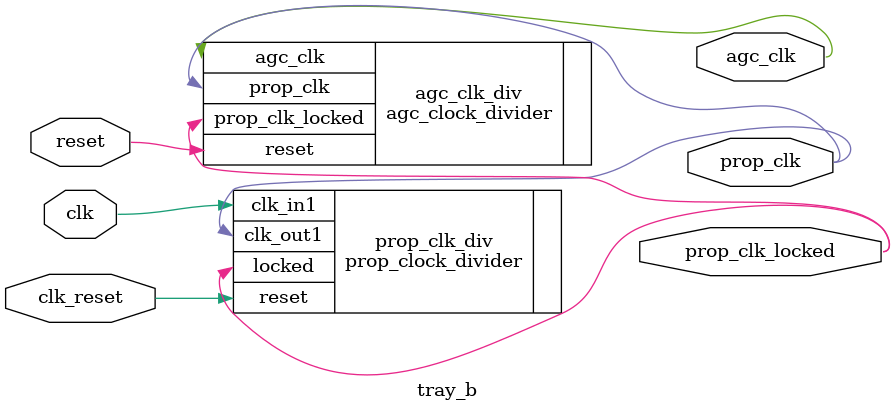
<source format=v>
`timescale 1ns / 1ps

module tray_b(
        input wire clk,
        input wire clk_reset,
        input wire reset,
        
        output wire prop_clk,
        output wire prop_clk_locked,
        output wire agc_clk
    );
    
    prop_clock_divider prop_clk_div(
        .clk_in1(clk),
        .reset(clk_reset),
        .clk_out1(prop_clk),
        .locked(prop_clk_locked)
    );

    agc_clock_divider agc_clk_div(
        .prop_clk(prop_clk),
        .prop_clk_locked(prop_clk_locked),
        .reset(reset),
        .agc_clk(agc_clk)
    );
    
    
endmodule

</source>
